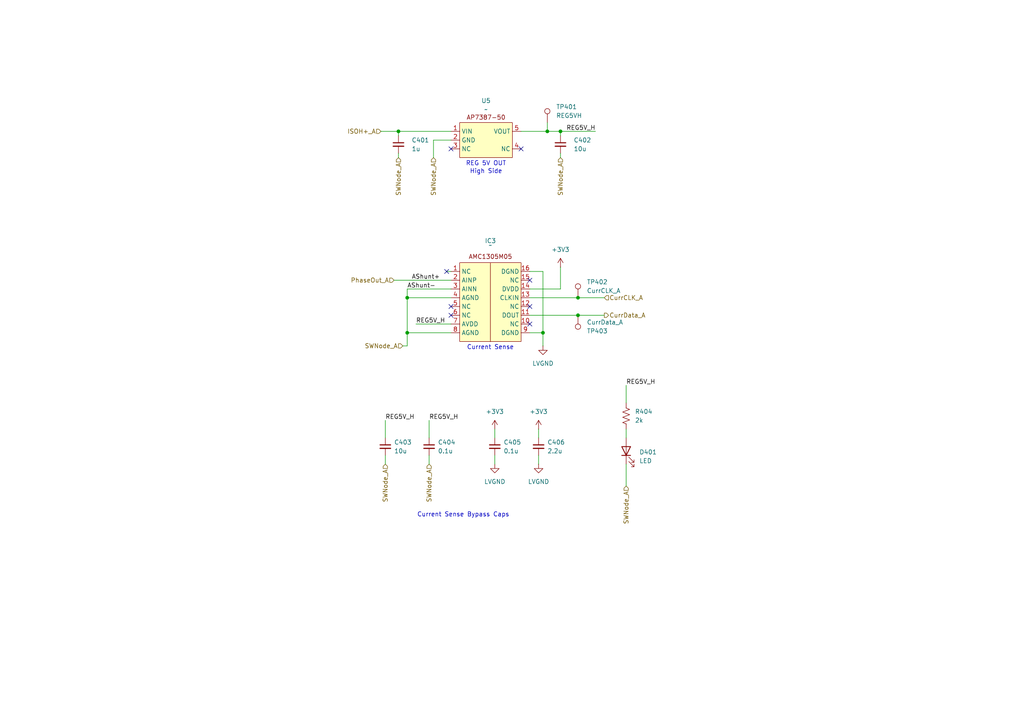
<source format=kicad_sch>
(kicad_sch (version 20250114) (generator "eeschema") (generator_version "9.0")
  (paper "A4")
  (lib_symbols
    (symbol "Connector:TestPoint" (pin_numbers (hide yes)) (pin_names (offset 0.762) (hide yes))
      (property "Reference" "TP" (at 0 6.858 0))
      (property "Value" "TestPoint" (at 0 5.08 0))
      (symbol "TestPoint_0_1"
        (circle (center 0 3.302) (radius 0.762))
      )
      (symbol "TestPoint_1_1"
        (pin passive line (at 0 0 90) (length 2.54) (name "1") (number "1"))
      )
    )
    (symbol "CustomMoco:AMC1305M05"
      (property "Reference" "IC" (at 0 0 0))
      (symbol "AMC1305M05_0_1"
        (polyline (pts (xy 0 11.43) (xy 0 -11.43)))
      )
      (symbol "AMC1305M05_1_1"
        (rectangle (start -8.89 11.43) (end 8.89 -11.43) (fill (type color) (color 255 255 194 1)))
        (text "AMC1305M05" (at 0 13.208 0) (effects (font (size 1.27 1.27))))
        (pin passive line (at -11.43 8.89 0) (length 2.54) (name "NC") (number "1"))
        (pin passive line (at -11.43 6.35 0) (length 2.54) (name "AINP") (number "2"))
        (pin passive line (at -11.43 3.81 0) (length 2.54) (name "AINN") (number "3"))
        (pin passive line (at -11.43 1.27 0) (length 2.54) (name "AGND") (number "4"))
        (pin passive line (at -11.43 -1.27 0) (length 2.54) (name "NC") (number "5"))
        (pin passive line (at -11.43 -3.81 0) (length 2.54) (name "NC") (number "6"))
        (pin passive line (at -11.43 -6.35 0) (length 2.54) (name "AVDD") (number "7"))
        (pin passive line (at -11.43 -8.89 0) (length 2.54) (name "AGND") (number "8"))
        (pin passive line (at 11.43 8.89 180) (length 2.54) (name "DGND") (number "16"))
        (pin passive line (at 11.43 6.35 180) (length 2.54) (name "NC") (number "15"))
        (pin passive line (at 11.43 3.81 180) (length 2.54) (name "DVDD") (number "14"))
        (pin passive line (at 11.43 1.27 180) (length 2.54) (name "CLKIN") (number "13"))
        (pin passive line (at 11.43 -1.27 180) (length 2.54) (name "NC") (number "12"))
        (pin passive line (at 11.43 -3.81 180) (length 2.54) (name "DOUT") (number "11"))
        (pin passive line (at 11.43 -6.35 180) (length 2.54) (name "NC") (number "10"))
        (pin passive line (at 11.43 -8.89 180) (length 2.54) (name "DGND") (number "9"))
      )
    )
    (symbol "CustomMoco:AP7387-50"
      (property "Reference" "U" (at 0 0 0))
      (symbol "AP7387-50_1_1"
        (rectangle (start -7.62 5.08) (end 7.62 -5.08) (fill (type color) (color 255 255 194 1)))
        (text "AP7387-50" (at 0 6.604 0) (effects (font (size 1.27 1.27))))
        (pin passive line (at -10.16 2.54 0) (length 2.54) (name "VIN") (number "1"))
        (pin passive line (at -10.16 0 0) (length 2.54) (name "GND") (number "2"))
        (pin passive line (at -10.16 -2.54 0) (length 2.54) (name "NC") (number "3"))
        (pin passive line (at 10.16 2.54 180) (length 2.54) (name "VOUT") (number "5"))
        (pin passive line (at 10.16 -2.54 180) (length 2.54) (name "NC") (number "4"))
      )
    )
    (symbol "Device:C_Small" (pin_numbers (hide yes)) (pin_names (offset 0.254) (hide yes))
      (property "Reference" "C" (at 0.254 1.778 0))
      (property "Value" "C_Small" (at 0.254 -2.032 0))
      (symbol "C_Small_0_1"
        (polyline (pts (xy -1.524 0.508) (xy 1.524 0.508)) (stroke (width 0.3048)))
        (polyline (pts (xy -1.524 -0.508) (xy 1.524 -0.508)) (stroke (width 0.3302)))
      )
      (symbol "C_Small_1_1"
        (pin passive line (at 0 2.54 270) (length 2.032) (name "~") (number "1"))
        (pin passive line (at 0 -2.54 90) (length 2.032) (name "~") (number "2"))
      )
    )
    (symbol "Device:LED" (pin_numbers (hide yes)) (pin_names (offset 1.016) (hide yes))
      (property "Reference" "D" (at 0 2.54 0))
      (property "Value" "LED" (at 0 -2.54 0))
      (symbol "LED_0_1"
        (polyline (pts (xy -3.048 -0.762) (xy -4.572 -2.286) (xy -3.81 -2.286) (xy -4.572 -2.286) (xy -4.572 -1.524)))
        (polyline (pts (xy -1.778 -0.762) (xy -3.302 -2.286) (xy -2.54 -2.286) (xy -3.302 -2.286) (xy -3.302 -1.524)))
        (polyline (pts (xy -1.27 0) (xy 1.27 0)))
        (polyline (pts (xy -1.27 -1.27) (xy -1.27 1.27)) (stroke (width 0.254)))
        (polyline (pts (xy 1.27 -1.27) (xy 1.27 1.27) (xy -1.27 0) (xy 1.27 -1.27)) (stroke (width 0.254)))
      )
      (symbol "LED_1_1"
        (pin passive line (at -3.81 0 0) (length 2.54) (name "K") (number "1"))
        (pin passive line (at 3.81 0 180) (length 2.54) (name "A") (number "2"))
      )
    )
    (symbol "Device:R_US" (pin_numbers (hide yes)) (pin_names (offset 0))
      (property "Reference" "R" (at 2.54 0 90))
      (property "Value" "R_US" (at -2.54 0 90))
      (symbol "R_US_0_1"
        (polyline (pts (xy 0 2.286) (xy 0 2.54)))
        (polyline (pts (xy 0 2.286) (xy 1.016 1.905) (xy 0 1.524) (xy -1.016 1.143) (xy 0 0.762)))
        (polyline (pts (xy 0 0.762) (xy 1.016 0.381) (xy 0 0) (xy -1.016 -0.381) (xy 0 -0.762)))
        (polyline (pts (xy 0 -0.762) (xy 1.016 -1.143) (xy 0 -1.524) (xy -1.016 -1.905) (xy 0 -2.286)))
        (polyline (pts (xy 0 -2.286) (xy 0 -2.54)))
      )
      (symbol "R_US_1_1"
        (pin passive line (at 0 3.81 270) (length 1.27) (name "~") (number "1"))
        (pin passive line (at 0 -3.81 90) (length 1.27) (name "~") (number "2"))
      )
    )
    (symbol "power:+3V3" (power) (pin_numbers (hide yes)) (pin_names (offset 0) (hide yes))
      (property "Value" "+3V3" (at 0 3.556 0))
      (symbol "+3V3_0_1"
        (polyline (pts (xy -0.762 1.27) (xy 0 2.54)))
        (polyline (pts (xy 0 2.54) (xy 0.762 1.27)))
        (polyline (pts (xy 0 0) (xy 0 2.54)))
      )
      (symbol "+3V3_1_1"
        (pin power_in line (at 0 0 90) (length 0) (name "~") (number "1"))
      )
    )
    (symbol "power:GND" (power) (pin_numbers (hide yes)) (pin_names (offset 0) (hide yes))
      (property "Value" "GND" (at 0 -3.81 0))
      (symbol "GND_0_1"
        (polyline (pts (xy 0 0) (xy 0 -1.27) (xy 1.27 -1.27) (xy 0 -2.54) (xy -1.27 -1.27) (xy 0 -1.27)))
      )
      (symbol "GND_1_1"
        (pin power_in line (at 0 0 270) (length 0) (name "~") (number "1"))
      )
    )
  )
  (text "Current Sense" (at 142.24 100.838 0) (effects (font (size 1.27 1.27))))
  (text "Current Sense Bypass Caps" (at 134.366 149.352 0) (effects (font (size 1.27 1.27))))
  (text "REG 5V OUT" (at 140.97 47.498 0) (effects (font (size 1.27 1.27))))
  (text "High Side" (at 140.97 49.784 0) (effects (font (size 1.27 1.27))))
  (junction (at 157.48 96.52))
  (junction (at 167.64 86.36))
  (junction (at 162.56 38.1))
  (junction (at 167.64 91.44))
  (junction (at 118.11 86.36))
  (junction (at 115.57 38.1))
  (junction (at 158.75 38.1))
  (junction (at 118.11 96.52))
  (no_connect (at 129.54 78.74))
  (no_connect (at 153.67 81.28))
  (no_connect (at 153.67 93.98))
  (no_connect (at 130.81 43.18))
  (no_connect (at 130.81 91.44))
  (no_connect (at 151.13 43.18))
  (no_connect (at 153.67 88.9))
  (no_connect (at 130.81 88.9))
  (wire (pts (xy 157.48 100.33) (xy 157.48 96.52)))
  (wire (pts (xy 118.11 96.52) (xy 130.81 96.52)))
  (wire (pts (xy 118.11 86.36) (xy 130.81 86.36)))
  (wire (pts (xy 115.57 38.1) (xy 115.57 39.37)))
  (wire (pts (xy 181.61 134.62) (xy 181.61 140.97)))
  (wire (pts (xy 115.57 38.1) (xy 130.81 38.1)))
  (wire (pts (xy 143.51 132.08) (xy 143.51 134.62)))
  (wire (pts (xy 143.51 124.46) (xy 143.51 127)))
  (wire (pts (xy 162.56 44.45) (xy 162.56 45.72)))
  (wire (pts (xy 115.57 44.45) (xy 115.57 45.72)))
  (wire (pts (xy 118.11 100.33) (xy 118.11 96.52)))
  (wire (pts (xy 181.61 124.46) (xy 181.61 127)))
  (wire (pts (xy 114.3 81.28) (xy 130.81 81.28)))
  (wire (pts (xy 153.67 91.44) (xy 167.64 91.44)))
  (wire (pts (xy 153.67 78.74) (xy 157.48 78.74)))
  (wire (pts (xy 118.11 83.82) (xy 118.11 86.36)))
  (wire (pts (xy 151.13 38.1) (xy 158.75 38.1)))
  (wire (pts (xy 129.54 78.74) (xy 130.81 78.74)))
  (wire (pts (xy 162.56 38.1) (xy 162.56 39.37)))
  (wire (pts (xy 153.67 96.52) (xy 157.48 96.52)))
  (wire (pts (xy 116.84 100.33) (xy 118.11 100.33)))
  (wire (pts (xy 111.76 132.08) (xy 111.76 134.62)))
  (wire (pts (xy 118.11 96.52) (xy 118.11 86.36)))
  (wire (pts (xy 156.21 124.46) (xy 156.21 127)))
  (wire (pts (xy 124.46 121.92) (xy 124.46 127)))
  (wire (pts (xy 167.64 91.44) (xy 175.26 91.44)))
  (wire (pts (xy 118.11 83.82) (xy 130.81 83.82)))
  (wire (pts (xy 153.67 83.82) (xy 162.56 83.82)))
  (wire (pts (xy 158.75 35.56) (xy 158.75 38.1)))
  (wire (pts (xy 110.49 38.1) (xy 115.57 38.1)))
  (wire (pts (xy 111.76 121.92) (xy 111.76 127)))
  (wire (pts (xy 167.64 86.36) (xy 175.26 86.36)))
  (wire (pts (xy 162.56 77.47) (xy 162.56 83.82)))
  (wire (pts (xy 124.46 132.08) (xy 124.46 134.62)))
  (wire (pts (xy 181.61 111.76) (xy 181.61 116.84)))
  (wire (pts (xy 125.73 40.64) (xy 125.73 45.72)))
  (wire (pts (xy 130.81 40.64) (xy 125.73 40.64)))
  (wire (pts (xy 120.65 93.98) (xy 130.81 93.98)))
  (wire (pts (xy 157.48 78.74) (xy 157.48 96.52)))
  (wire (pts (xy 156.21 132.08) (xy 156.21 134.62)))
  (wire (pts (xy 162.56 38.1) (xy 172.72 38.1)))
  (wire (pts (xy 153.67 86.36) (xy 167.64 86.36)))
  (wire (pts (xy 158.75 38.1) (xy 162.56 38.1)))
  (label "AShunt-" (at 118.11 83.82 0))
  (label "REG5V_H" (at 172.72 38.1 180))
  (label "REG5V_H" (at 120.65 93.98 0))
  (label "AShunt+" (at 119.38 81.28 0))
  (label "REG5V_H" (at 181.61 111.76 0))
  (label "REG5V_H" (at 124.46 121.92 0))
  (label "REG5V_H" (at 111.76 121.92 0))
  (hierarchical_label "SWNode_A" (shape input) (at 111.76 134.62 270))
  (hierarchical_label "SWNode_A" (shape input) (at 181.61 140.97 270))
  (hierarchical_label "PhaseOut_A" (shape input) (at 114.3 81.28 180))
  (hierarchical_label "CurrCLK_A" (shape input) (at 175.26 86.36 0))
  (hierarchical_label "CurrData_A" (shape output) (at 175.26 91.44 0))
  (hierarchical_label "SWNode_A" (shape input) (at 116.84 100.33 180))
  (hierarchical_label "SWNode_A" (shape input) (at 125.73 45.72 270))
  (hierarchical_label "ISOH+_A" (shape input) (at 110.49 38.1 180))
  (hierarchical_label "SWNode_A" (shape input) (at 162.56 45.72 270))
  (hierarchical_label "SWNode_A" (shape input) (at 115.57 45.72 270))
  (hierarchical_label "SWNode_A" (shape input) (at 124.46 134.62 270))
  (symbol (lib_id "power:GND") (at 143.51 134.62 0) (unit 1)
    (property "Reference" "#PWR045" (effects (hide yes)))
    (property "Value" "LVGND" (at 143.51 139.7 0))
    (property "Description" "Power symbol creates a global label with name \"GND\" , ground" (effects (hide yes)))
  )
  (symbol (lib_id "Device:C_Small") (at 124.46 129.54 0) (unit 1)
    (property "Reference" "C404" (at 127 128.2762 0) (effects (justify left)))
    (property "Value" "0.1u" (at 127 130.8162 0) (effects (justify left)))
    (property "Footprint" "Capacitor_SMD:C_0603_1608Metric" (effects (hide yes)))
    (property "Description" "Unpolarized capacitor, small symbol" (effects (hide yes)))
  )
  (symbol (lib_id "Device:LED") (at 181.61 130.81 90) (unit 1)
    (property "Reference" "D401" (at 185.42 131.1274 90) (effects (justify right)))
    (property "Value" "LED" (at 185.42 133.6674 90) (effects (justify right)))
    (property "Footprint" "LED_SMD:LED_0603_1608Metric" (effects (hide yes)))
    (property "Description" "Light emitting diode" (effects (hide yes)))
    (property "Sim.Pins" "1=K 2=A" (effects (hide yes)))
  )
  (symbol (lib_id "Device:C_Small") (at 156.21 129.54 0) (unit 1)
    (property "Reference" "C406" (at 158.75 128.2762 0) (effects (justify left)))
    (property "Value" "2.2u" (at 158.75 130.8162 0) (effects (justify left)))
    (property "Footprint" "Capacitor_SMD:C_0603_1608Metric" (effects (hide yes)))
    (property "Description" "Unpolarized capacitor, small symbol" (effects (hide yes)))
  )
  (symbol (lib_id "Connector:TestPoint") (at 167.64 86.36 0) (unit 1)
    (property "Reference" "TP402" (at 170.18 81.7879 0) (effects (justify left)))
    (property "Value" "CurrCLK_A" (at 170.18 84.3279 0) (effects (justify left)))
    (property "Footprint" "TestPoint:TestPoint_Pad_D2.0mm" (effects (hide yes)))
    (property "Description" "test point" (effects (hide yes)))
  )
  (symbol (lib_id "power:GND") (at 156.21 134.62 0) (unit 1)
    (property "Reference" "#PWR046" (effects (hide yes)))
    (property "Value" "LVGND" (at 156.21 139.7 0))
    (property "Description" "Power symbol creates a global label with name \"GND\" , ground" (effects (hide yes)))
  )
  (symbol (lib_id "Device:C_Small") (at 115.57 41.91 0) (unit 1)
    (property "Reference" "C401" (at 119.38 40.6462 0) (effects (justify left)))
    (property "Value" "1u" (at 119.38 43.1862 0) (effects (justify left)))
    (property "Footprint" "Capacitor_SMD:C_0603_1608Metric" (effects (hide yes)))
    (property "Description" "Unpolarized capacitor, small symbol" (effects (hide yes)))
  )
  (symbol (lib_id "power:+3V3") (at 143.51 124.46 0) (unit 1)
    (property "Reference" "#PWR031" (effects (hide yes)))
    (property "Value" "+3V3" (at 143.51 119.38 0))
    (property "Description" "Power symbol creates a global label with name \"+3V3\"" (effects (hide yes)))
  )
  (symbol (lib_id "Connector:TestPoint") (at 167.64 91.44 0) (mirror x) (unit 1)
    (property "Reference" "TP403" (at 170.18 96.0121 0) (effects (justify left)))
    (property "Value" "CurrData_A" (at 170.18 93.4721 0) (effects (justify left)))
    (property "Footprint" "TestPoint:TestPoint_Pad_D2.0mm" (effects (hide yes)))
    (property "Description" "test point" (effects (hide yes)))
  )
  (symbol (lib_id "power:GND") (at 157.48 100.33 0) (unit 1)
    (property "Reference" "#PWR024" (effects (hide yes)))
    (property "Value" "LVGND" (at 157.48 105.41 0))
    (property "Description" "Power symbol creates a global label with name \"GND\" , ground" (effects (hide yes)))
  )
  (symbol (lib_id "Connector:TestPoint") (at 158.75 35.56 0) (unit 1)
    (property "Reference" "TP401" (at 161.29 30.9879 0) (effects (justify left)))
    (property "Value" "REG5VH" (at 161.29 33.5279 0) (effects (justify left)))
    (property "Footprint" "CustomMoco:5281" (effects (hide yes)))
    (property "Description" "test point" (effects (hide yes)))
  )
  (symbol (lib_id "Device:C_Small") (at 111.76 129.54 0) (unit 1)
    (property "Reference" "C403" (at 114.3 128.2762 0) (effects (justify left)))
    (property "Value" "10u" (at 114.3 130.8162 0) (effects (justify left)))
    (property "Footprint" "Capacitor_SMD:C_0603_1608Metric" (effects (hide yes)))
    (property "Description" "Unpolarized capacitor, small symbol" (effects (hide yes)))
  )
  (symbol (lib_id "CustomMoco:AMC1305M05") (at 142.24 87.63 0) (unit 1)
    (property "Reference" "IC3" (at 142.24 69.85 0))
    (property "Value" "~" (at 142.24 71.12 0))
    (property "Footprint" "Package_SO:SOIC-16W_7.5x10.3mm_P1.27mm" (effects (hide yes)))
  )
  (symbol (lib_id "power:+3V3") (at 162.56 77.47 0) (unit 1)
    (property "Reference" "#PWR052" (effects (hide yes)))
    (property "Value" "+3V3" (at 162.56 72.39 0))
    (property "Description" "Power symbol creates a global label with name \"+3V3\"" (effects (hide yes)))
  )
  (symbol (lib_id "Device:R_US") (at 181.61 120.65 0) (unit 1)
    (property "Reference" "R404" (at 184.15 119.3799 0) (effects (justify left)))
    (property "Value" "2k" (at 184.15 121.9199 0) (effects (justify left)))
    (property "Footprint" "Resistor_SMD:R_0603_1608Metric" (effects (hide yes)))
    (property "Description" "Resistor, US symbol" (effects (hide yes)))
  )
  (symbol (lib_id "power:+3V3") (at 156.21 124.46 0) (unit 1)
    (property "Reference" "#PWR033" (effects (hide yes)))
    (property "Value" "+3V3" (at 156.21 119.38 0))
    (property "Description" "Power symbol creates a global label with name \"+3V3\"" (effects (hide yes)))
  )
  (symbol (lib_id "Device:C_Small") (at 162.56 41.91 0) (unit 1)
    (property "Reference" "C402" (at 166.37 40.6462 0) (effects (justify left)))
    (property "Value" "10u" (at 166.37 43.1862 0) (effects (justify left)))
    (property "Footprint" "Capacitor_SMD:C_0603_1608Metric" (effects (hide yes)))
    (property "Description" "Unpolarized capacitor, small symbol" (effects (hide yes)))
  )
  (symbol (lib_id "CustomMoco:AP7387-50") (at 140.97 40.64 0) (unit 1)
    (property "Reference" "U5" (at 140.97 29.21 0))
    (property "Value" "~" (at 140.97 31.75 0))
    (property "Footprint" "CustomMoco:SOT95P285X140-5N" (effects (hide yes)))
  )
  (symbol (lib_id "Device:C_Small") (at 143.51 129.54 0) (unit 1)
    (property "Reference" "C405" (at 146.05 128.2762 0) (effects (justify left)))
    (property "Value" "0.1u" (at 146.05 130.8162 0) (effects (justify left)))
    (property "Footprint" "Capacitor_SMD:C_0603_1608Metric" (effects (hide yes)))
    (property "Description" "Unpolarized capacitor, small symbol" (effects (hide yes)))
  )
)
</source>
